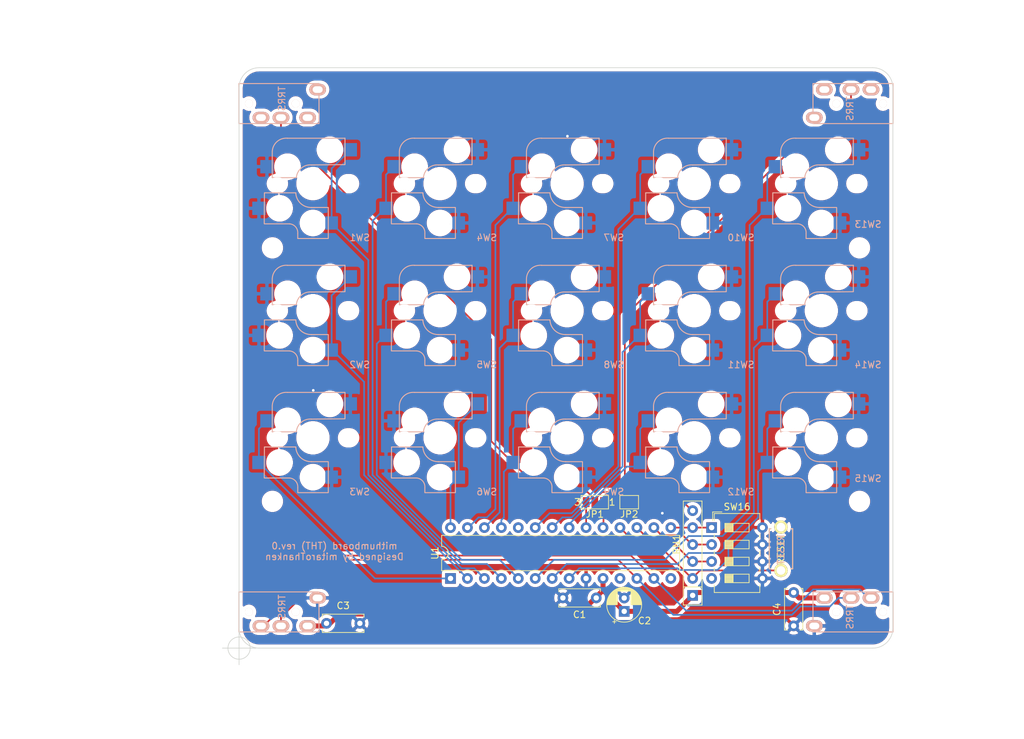
<source format=kicad_pcb>
(kicad_pcb (version 20171130) (host pcbnew "(5.1.0)-1")
  (layers (0 F.Cu signal) (31 B.Cu signal) (34 B.Paste user) (35 F.Paste user) (36 B.SilkS user) (37 F.SilkS user) (38 B.Mask user) (39 F.Mask user) (44 Edge.Cuts user))
  (net 0 "")
  (net 1 GND)
  (net 2 A2)
  (net 3 A1)
  (net 4 A0)
  (net 5 INT)
  (net 6 R1C1)
  (net 7 R2C1)
  (net 8 R3C1)
  (net 9 R1C2)
  (net 10 R2C2)
  (net 11 R3C2)
  (net 12 R1C3)
  (net 13 R2C3)
  (net 14 R3C3)
  (net 15 R1C4)
  (net 16 R2C4)
  (net 17 R3C4)
  (net 18 R1C5)
  (net 19 R2C5)
  (net 20 R3C5)
  (net 21 "Net-(SW16-Pad4)")
  (net 22 SCL)
  (net 23 SDA)
  (net 24 "Net-(J3-PadA)")
  (net 25 "Net-(J3-PadD)")
  (net 26 "Net-(J3-PadB)")
  (net 27 "Net-(J4-PadB)")
  (net 28 "Net-(J4-PadD)")
  (net 29 "Net-(J4-PadA)")
  (net 30 RESET)
  (net 31 "Net-(U1-Pad11)")
  (net 32 "Net-(U1-Pad14)")
  (net 33 INTB)
  (net 34 INTA)
  (net 35 VCC)
  (net 36 "Net-(JP2-Pad1)")
  (net 37 "Net-(U1-Pad24)")
  (module Package_DIP:DIP-28_W7.62mm (layer F.Cu) (at 91.694 116.554 90)
    (fp_text reference U1 (at 3.81 -2.33 90) (layer F.SilkS))
    (fp_text value MCP23017_SP)
    (pad 28 thru_hole oval (at 7.62 0 90) (size 1.6 1.6) (drill 0.8) (layers *.Cu *.Mask) (net 11 R3C2))
    (pad 14 thru_hole oval (at 0 33.02 90) (size 1.6 1.6) (drill 0.8) (layers *.Cu *.Mask) (net 32 "Net-(U1-Pad14)"))
    (pad 27 thru_hole oval (at 7.62 2.54 90) (size 1.6 1.6) (drill 0.8) (layers *.Cu *.Mask) (net 12 R1C3))
    (pad 13 thru_hole oval (at 0 30.48 90) (size 1.6 1.6) (drill 0.8) (layers *.Cu *.Mask) (net 23 SDA))
    (pad 26 thru_hole oval (at 7.62 5.08 90) (size 1.6 1.6) (drill 0.8) (layers *.Cu *.Mask) (net 13 R2C3))
    (pad 12 thru_hole oval (at 0 27.94 90) (size 1.6 1.6) (drill 0.8) (layers *.Cu *.Mask) (net 22 SCL))
    (pad 25 thru_hole oval (at 7.62 7.62 90) (size 1.6 1.6) (drill 0.8) (layers *.Cu *.Mask) (net 14 R3C3))
    (pad 11 thru_hole oval (at 0 25.4 90) (size 1.6 1.6) (drill 0.8) (layers *.Cu *.Mask) (net 31 "Net-(U1-Pad11)"))
    (pad 24 thru_hole oval (at 7.62 10.16 90) (size 1.6 1.6) (drill 0.8) (layers *.Cu *.Mask) (net 37 "Net-(U1-Pad24)"))
    (pad 10 thru_hole oval (at 0 22.86 90) (size 1.6 1.6) (drill 0.8) (layers *.Cu *.Mask) (net 35 VCC))
    (pad 23 thru_hole oval (at 7.62 12.7 90) (size 1.6 1.6) (drill 0.8) (layers *.Cu *.Mask) (net 15 R1C4))
    (pad 9 thru_hole oval (at 0 20.32 90) (size 1.6 1.6) (drill 0.8) (layers *.Cu *.Mask) (net 1 GND))
    (pad 22 thru_hole oval (at 7.62 15.24 90) (size 1.6 1.6) (drill 0.8) (layers *.Cu *.Mask) (net 16 R2C4))
    (pad 8 thru_hole oval (at 0 17.78 90) (size 1.6 1.6) (drill 0.8) (layers *.Cu *.Mask) (net 20 R3C5))
    (pad 21 thru_hole oval (at 7.62 17.78 90) (size 1.6 1.6) (drill 0.8) (layers *.Cu *.Mask) (net 17 R3C4))
    (pad 7 thru_hole oval (at 0 15.24 90) (size 1.6 1.6) (drill 0.8) (layers *.Cu *.Mask) (net 19 R2C5))
    (pad 20 thru_hole oval (at 7.62 20.32 90) (size 1.6 1.6) (drill 0.8) (layers *.Cu *.Mask) (net 34 INTA))
    (pad 6 thru_hole oval (at 0 12.7 90) (size 1.6 1.6) (drill 0.8) (layers *.Cu *.Mask) (net 18 R1C5))
    (pad 19 thru_hole oval (at 7.62 22.86 90) (size 1.6 1.6) (drill 0.8) (layers *.Cu *.Mask) (net 33 INTB))
    (pad 5 thru_hole oval (at 0 10.16 90) (size 1.6 1.6) (drill 0.8) (layers *.Cu *.Mask) (net 10 R2C2))
    (pad 18 thru_hole oval (at 7.62 25.4 90) (size 1.6 1.6) (drill 0.8) (layers *.Cu *.Mask) (net 30 RESET))
    (pad 4 thru_hole oval (at 0 7.62 90) (size 1.6 1.6) (drill 0.8) (layers *.Cu *.Mask) (net 9 R1C2))
    (pad 17 thru_hole oval (at 7.62 27.94 90) (size 1.6 1.6) (drill 0.8) (layers *.Cu *.Mask) (net 2 A2))
    (pad 3 thru_hole oval (at 0 5.08 90) (size 1.6 1.6) (drill 0.8) (layers *.Cu *.Mask) (net 6 R1C1))
    (pad 16 thru_hole oval (at 7.62 30.48 90) (size 1.6 1.6) (drill 0.8) (layers *.Cu *.Mask) (net 3 A1))
    (pad 2 thru_hole oval (at 0 2.54 90) (size 1.6 1.6) (drill 0.8) (layers *.Cu *.Mask) (net 7 R2C1))
    (pad 15 thru_hole oval (at 7.62 33.02 90) (size 1.6 1.6) (drill 0.8) (layers *.Cu *.Mask) (net 4 A0))
    (pad 1 thru_hole rect (at 0 0 90) (size 1.6 1.6) (drill 0.8) (layers *.Cu *.Mask) (net 8 R3C1))
  )
  (module kbd:CherryMX_Choc_Hotswap_1side (layer F.Cu) (at 128.225001 76.425001)
    (fp_text reference SW11 (at 7 8.1) (layer B.SilkS) (effects (justify mirror)))
    (fp_text value SW_Push hide)
    (pad "" np_thru_hole oval (at 5.335 0) (size 2.22 1.9) (drill oval 2.22 1.9) (layers *.Cu *.Mask))
    (pad "" np_thru_hole oval (at -5.335 0) (size 2.22 1.9) (drill oval 2.22 1.9) (layers *.Cu *.Mask))
    (pad 1 smd rect (at -8.1 3.7 180) (size 2 2) (layers B.Cu B.Paste B.Mask) (net 16 R2C4))
    (pad 2 smd rect (at 2.8 5.9 180) (size 1.9 2) (layers B.Cu B.Paste B.Mask) (net 1 GND))
    (pad "" np_thru_hole circle (at -5 3.7 90) (size 3 3) (drill 3) (layers *.Cu *.Mask))
    (pad "" np_thru_hole circle (at 0 5.9 90) (size 3 3) (drill 3) (layers *.Cu *.Mask))
    (pad 1 smd rect (at -6.9 -2.54 180) (size 2 2) (layers B.Cu B.Paste B.Mask) (net 16 R2C4))
    (pad "" np_thru_hole circle (at 2.54 -5.08 180) (size 3 3) (drill 3) (layers *.Cu *.Mask))
    (pad "" np_thru_hole circle (at 0 0 90) (size 4 4) (drill 4) (layers *.Cu *.Mask))
    (pad "" np_thru_hole circle (at -3.81 -2.54 180) (size 3 3) (drill 3) (layers *.Cu *.Mask))
    (pad 2 smd rect (at 5.6 -5.08 180) (size 2 2) (layers B.Cu B.Paste B.Mask) (net 1 GND))
  )
  (module kbd:ResetSW (layer F.Cu) (at 141.224 112.109 270)
    (fp_text reference SW17 hide)
    (fp_text value SW_Push)
    (fp_text user RESET (at 0.127 0 270) (layer F.SilkS))
    (fp_text user RESET (at 0.127 0 270) (layer B.SilkS) (effects (justify mirror)))
    (pad 2 thru_hole circle (at -3.25 0 270) (size 2 2) (drill 1.3) (layers *.Cu *.Mask F.SilkS) (net 1 GND))
    (pad 1 thru_hole circle (at 3.25 0 270) (size 2 2) (drill 1.3) (layers *.Cu *.Mask F.SilkS) (net 30 RESET))
  )
  (module Resistor_THT:R_Array_SIP6 (layer F.Cu) (at 127.989 119.094 90)
    (fp_text reference RN1 (at 7.62 -2.4 90) (layer F.SilkS))
    (fp_text value 10k)
    (pad 6 thru_hole oval (at 12.7 0 90) (size 1.6 1.6) (drill 0.8) (layers *.Cu *.Mask) (net 36 "Net-(JP2-Pad1)"))
    (pad 5 thru_hole oval (at 10.16 0 90) (size 1.6 1.6) (drill 0.8) (layers *.Cu *.Mask) (net 4 A0))
    (pad 4 thru_hole oval (at 7.62 0 90) (size 1.6 1.6) (drill 0.8) (layers *.Cu *.Mask) (net 3 A1))
    (pad 3 thru_hole oval (at 5.08 0 90) (size 1.6 1.6) (drill 0.8) (layers *.Cu *.Mask) (net 2 A2))
    (pad 2 thru_hole oval (at 2.54 0 90) (size 1.6 1.6) (drill 0.8) (layers *.Cu *.Mask) (net 30 RESET))
    (pad 1 thru_hole rect (at 0 0 90) (size 1.6 1.6) (drill 0.8) (layers *.Cu *.Mask) (net 35 VCC))
  )
  (module Jumper:SolderJumper-2_P1.3mm_Open_Pad1.0x1.5mm (layer F.Cu) (at 118.475 105.124 180)
    (fp_text reference JP2 (at 0 -1.8 180) (layer F.SilkS))
    (fp_text value Jumper_2_Open)
    (pad 1 smd rect (at -0.65 0 180) (size 1 1.5) (layers F.Cu F.Mask) (net 36 "Net-(JP2-Pad1)"))
    (pad 2 smd rect (at 0.65 0 180) (size 1 1.5) (layers F.Cu F.Mask) (net 5 INT))
  )
  (module Jumper:SolderJumper-3_P1.3mm_Open_Pad1.0x1.5mm_NumberLabels (layer F.Cu) (at 113.324 105.124 180)
    (fp_text reference JP1 (at 0 -1.8 180) (layer F.SilkS))
    (fp_text value Jumper_3_Open)
    (fp_text user 1 (at -2.6 0 180) (layer F.SilkS))
    (fp_text user 3 (at 2.6 0 180) (layer F.SilkS))
    (pad 1 smd rect (at -1.3 0 180) (size 1 1.5) (layers F.Cu F.Mask) (net 33 INTB))
    (pad 2 smd rect (at 0 0 180) (size 1 1.5) (layers F.Cu F.Mask) (net 5 INT))
    (pad 3 smd rect (at 1.3 0 180) (size 1 1.5) (layers F.Cu F.Mask) (net 34 INTA))
  )
  (module MountingHole:MountingHole_2.2mm_M2 (layer B.Cu) (at 153 105)
    (fp_text reference H4 hide)
    (fp_text value MountingHole)
    (pad 1 np_thru_hole circle (at 0 0) (size 2.2 2.2) (drill 2.2) (layers *.Cu *.Mask))
  )
  (module MountingHole:MountingHole_2.2mm_M2 (layer B.Cu) (at 153 67 180)
    (fp_text reference H3 hide)
    (fp_text value MountingHole)
    (pad 1 np_thru_hole circle (at 0 0 180) (size 2.2 2.2) (drill 2.2) (layers *.Cu *.Mask))
  )
  (module MountingHole:MountingHole_2.2mm_M2 (layer B.Cu) (at 65 105)
    (fp_text reference H2 hide)
    (fp_text value MountingHole)
    (pad 1 np_thru_hole circle (at 0 0) (size 2.2 2.2) (drill 2.2) (layers *.Cu *.Mask))
  )
  (module MountingHole:MountingHole_2.2mm_M2 (layer B.Cu) (at 65 67)
    (fp_text reference H1 hide)
    (fp_text value MountingHole)
    (pad 1 np_thru_hole circle (at 0 0) (size 2.2 2.2) (drill 2.2) (layers *.Cu *.Mask))
  )
  (module Button_Switch_THT:SW_DIP_SPSTx04_Slide_6.7x11.72mm_W7.62mm_P2.54mm_LowProfile (layer F.Cu) (at 130.833 108.934)
    (fp_text reference SW16 (at 3.81 -3.11) (layer F.SilkS))
    (fp_text value SW_DIP_x04)
    (pad 8 thru_hole oval (at 7.62 0) (size 1.6 1.6) (drill 0.8) (layers *.Cu *.Mask) (net 1 GND))
    (pad 4 thru_hole oval (at 0 7.62) (size 1.6 1.6) (drill 0.8) (layers *.Cu *.Mask) (net 21 "Net-(SW16-Pad4)"))
    (pad 7 thru_hole oval (at 7.62 2.54) (size 1.6 1.6) (drill 0.8) (layers *.Cu *.Mask) (net 1 GND))
    (pad 3 thru_hole oval (at 0 5.08) (size 1.6 1.6) (drill 0.8) (layers *.Cu *.Mask) (net 2 A2))
    (pad 6 thru_hole oval (at 7.62 5.08) (size 1.6 1.6) (drill 0.8) (layers *.Cu *.Mask) (net 1 GND))
    (pad 2 thru_hole oval (at 0 2.54) (size 1.6 1.6) (drill 0.8) (layers *.Cu *.Mask) (net 3 A1))
    (pad 5 thru_hole oval (at 7.62 7.62) (size 1.6 1.6) (drill 0.8) (layers *.Cu *.Mask) (net 1 GND))
    (pad 1 thru_hole rect (at 0 0) (size 1.6 1.6) (drill 0.8) (layers *.Cu *.Mask) (net 4 A0))
  )
  (module Capacitor_THT:CP_Radial_D5.0mm_P2.00mm (layer F.Cu) (at 117.73 121.49 90)
    (fp_text reference C2 (at -1.414 3.047 180) (layer F.SilkS))
    (fp_text value 47u/16V)
    (pad 2 thru_hole circle (at 2 0 90) (size 1.6 1.6) (drill 0.8) (layers *.Cu *.Mask) (net 1 GND))
    (pad 1 thru_hole rect (at 0 0 90) (size 1.6 1.6) (drill 0.8) (layers *.Cu *.Mask) (net 35 VCC))
  )
  (module Capacitor_THT:C_Disc_D6.0mm_W2.5mm_P5.00mm (layer F.Cu) (at 143.129 123.666 90)
    (fp_text reference C4 (at 2.5 -2.5 90) (layer F.SilkS))
    (fp_text value 1u)
    (pad 2 thru_hole circle (at 5 0 90) (size 1.6 1.6) (drill 0.8) (layers *.Cu *.Mask) (net 35 VCC))
    (pad 1 thru_hole circle (at 0 0 90) (size 1.6 1.6) (drill 0.8) (layers *.Cu *.Mask) (net 1 GND))
  )
  (module Capacitor_THT:C_Disc_D6.0mm_W2.5mm_P5.00mm (layer F.Cu) (at 113.538 119.475 180)
    (fp_text reference C1 (at 2.5 -2.5 180) (layer F.SilkS))
    (fp_text value 0.1u)
    (pad 2 thru_hole circle (at 5 0 180) (size 1.6 1.6) (drill 0.8) (layers *.Cu *.Mask) (net 1 GND))
    (pad 1 thru_hole circle (at 0 0 180) (size 1.6 1.6) (drill 0.8) (layers *.Cu *.Mask) (net 35 VCC))
  )
  (module Capacitor_THT:C_Disc_D6.0mm_W2.5mm_P5.00mm (layer F.Cu) (at 78.105 123.285 180)
    (fp_text reference C3 (at 2.5 2.649 180) (layer F.SilkS))
    (fp_text value 1u)
    (pad 2 thru_hole circle (at 5 0 180) (size 1.6 1.6) (drill 0.8) (layers *.Cu *.Mask) (net 35 VCC))
    (pad 1 thru_hole circle (at 0 0 180) (size 1.6 1.6) (drill 0.8) (layers *.Cu *.Mask) (net 1 GND))
  )
  (module kbd:CherryMX_Choc_Hotswap_1side (layer F.Cu) (at 71.075001 57.375001)
    (fp_text reference SW1 (at 7 8.1) (layer B.SilkS) (effects (justify mirror)))
    (fp_text value SW_Push hide)
    (pad "" np_thru_hole oval (at 5.335 0) (size 2.22 1.9) (drill oval 2.22 1.9) (layers *.Cu *.Mask))
    (pad "" np_thru_hole oval (at -5.335 0) (size 2.22 1.9) (drill oval 2.22 1.9) (layers *.Cu *.Mask))
    (pad 1 smd rect (at -8.1 3.7 180) (size 2 2) (layers B.Cu B.Paste B.Mask) (net 1 GND))
    (pad 2 smd rect (at 2.8 5.9 180) (size 1.9 2) (layers B.Cu B.Paste B.Mask) (net 6 R1C1))
    (pad "" np_thru_hole circle (at -5 3.7 90) (size 3 3) (drill 3) (layers *.Cu *.Mask))
    (pad "" np_thru_hole circle (at 0 5.9 90) (size 3 3) (drill 3) (layers *.Cu *.Mask))
    (pad 1 smd rect (at -6.9 -2.54 180) (size 2 2) (layers B.Cu B.Paste B.Mask) (net 1 GND))
    (pad "" np_thru_hole circle (at 2.54 -5.08 180) (size 3 3) (drill 3) (layers *.Cu *.Mask))
    (pad "" np_thru_hole circle (at 0 0 90) (size 4 4) (drill 4) (layers *.Cu *.Mask))
    (pad "" np_thru_hole circle (at -3.81 -2.54 180) (size 3 3) (drill 3) (layers *.Cu *.Mask))
    (pad 2 smd rect (at 5.6 -5.08 180) (size 2 2) (layers B.Cu B.Paste B.Mask) (net 6 R1C1))
  )
  (module kbd:CherryMX_Choc_Hotswap_1side (layer F.Cu) (at 71.075001 76.425001)
    (fp_text reference SW2 (at 7 8.1) (layer B.SilkS) (effects (justify mirror)))
    (fp_text value SW_Push hide)
    (pad "" np_thru_hole oval (at 5.335 0) (size 2.22 1.9) (drill oval 2.22 1.9) (layers *.Cu *.Mask))
    (pad "" np_thru_hole oval (at -5.335 0) (size 2.22 1.9) (drill oval 2.22 1.9) (layers *.Cu *.Mask))
    (pad 1 smd rect (at -8.1 3.7 180) (size 2 2) (layers B.Cu B.Paste B.Mask) (net 1 GND))
    (pad 2 smd rect (at 2.8 5.9 180) (size 1.9 2) (layers B.Cu B.Paste B.Mask) (net 7 R2C1))
    (pad "" np_thru_hole circle (at -5 3.7 90) (size 3 3) (drill 3) (layers *.Cu *.Mask))
    (pad "" np_thru_hole circle (at 0 5.9 90) (size 3 3) (drill 3) (layers *.Cu *.Mask))
    (pad 1 smd rect (at -6.9 -2.54 180) (size 2 2) (layers B.Cu B.Paste B.Mask) (net 1 GND))
    (pad "" np_thru_hole circle (at 2.54 -5.08 180) (size 3 3) (drill 3) (layers *.Cu *.Mask))
    (pad "" np_thru_hole circle (at 0 0 90) (size 4 4) (drill 4) (layers *.Cu *.Mask))
    (pad "" np_thru_hole circle (at -3.81 -2.54 180) (size 3 3) (drill 3) (layers *.Cu *.Mask))
    (pad 2 smd rect (at 5.6 -5.08 180) (size 2 2) (layers B.Cu B.Paste B.Mask) (net 7 R2C1))
  )
  (module kbd:CherryMX_Choc_Hotswap_1side (layer F.Cu) (at 71.075001 95.475001)
    (fp_text reference SW3 (at 7 8.1) (layer B.SilkS) (effects (justify mirror)))
    (fp_text value SW_Push hide)
    (pad "" np_thru_hole oval (at 5.335 0) (size 2.22 1.9) (drill oval 2.22 1.9) (layers *.Cu *.Mask))
    (pad "" np_thru_hole oval (at -5.335 0) (size 2.22 1.9) (drill oval 2.22 1.9) (layers *.Cu *.Mask))
    (pad 1 smd rect (at -8.1 3.7 180) (size 2 2) (layers B.Cu B.Paste B.Mask) (net 8 R3C1))
    (pad 2 smd rect (at 2.8 5.9 180) (size 1.9 2) (layers B.Cu B.Paste B.Mask) (net 1 GND))
    (pad "" np_thru_hole circle (at -5 3.7 90) (size 3 3) (drill 3) (layers *.Cu *.Mask))
    (pad "" np_thru_hole circle (at 0 5.9 90) (size 3 3) (drill 3) (layers *.Cu *.Mask))
    (pad 1 smd rect (at -6.9 -2.54 180) (size 2 2) (layers B.Cu B.Paste B.Mask) (net 8 R3C1))
    (pad "" np_thru_hole circle (at 2.54 -5.08 180) (size 3 3) (drill 3) (layers *.Cu *.Mask))
    (pad "" np_thru_hole circle (at 0 0 90) (size 4 4) (drill 4) (layers *.Cu *.Mask))
    (pad "" np_thru_hole circle (at -3.81 -2.54 180) (size 3 3) (drill 3) (layers *.Cu *.Mask))
    (pad 2 smd rect (at 5.6 -5.08 180) (size 2 2) (layers B.Cu B.Paste B.Mask) (net 1 GND))
  )
  (module kbd:CherryMX_Choc_Hotswap_1side (layer F.Cu) (at 90.125001 57.375001)
    (fp_text reference SW4 (at 7 8.1) (layer B.SilkS) (effects (justify mirror)))
    (fp_text value SW_Push hide)
    (pad "" np_thru_hole oval (at 5.335 0) (size 2.22 1.9) (drill oval 2.22 1.9) (layers *.Cu *.Mask))
    (pad "" np_thru_hole oval (at -5.335 0) (size 2.22 1.9) (drill oval 2.22 1.9) (layers *.Cu *.Mask))
    (pad 1 smd rect (at -8.1 3.7 180) (size 2 2) (layers B.Cu B.Paste B.Mask) (net 9 R1C2))
    (pad 2 smd rect (at 2.8 5.9 180) (size 1.9 2) (layers B.Cu B.Paste B.Mask) (net 1 GND))
    (pad "" np_thru_hole circle (at -5 3.7 90) (size 3 3) (drill 3) (layers *.Cu *.Mask))
    (pad "" np_thru_hole circle (at 0 5.9 90) (size 3 3) (drill 3) (layers *.Cu *.Mask))
    (pad 1 smd rect (at -6.9 -2.54 180) (size 2 2) (layers B.Cu B.Paste B.Mask) (net 9 R1C2))
    (pad "" np_thru_hole circle (at 2.54 -5.08 180) (size 3 3) (drill 3) (layers *.Cu *.Mask))
    (pad "" np_thru_hole circle (at 0 0 90) (size 4 4) (drill 4) (layers *.Cu *.Mask))
    (pad "" np_thru_hole circle (at -3.81 -2.54 180) (size 3 3) (drill 3) (layers *.Cu *.Mask))
    (pad 2 smd rect (at 5.6 -5.08 180) (size 2 2) (layers B.Cu B.Paste B.Mask) (net 1 GND))
  )
  (module kbd:CherryMX_Choc_Hotswap_1side (layer F.Cu) (at 90.125001 76.425001)
    (fp_text reference SW5 (at 7 8.1) (layer B.SilkS) (effects (justify mirror)))
    (fp_text value SW_Push hide)
    (pad "" np_thru_hole oval (at 5.335 0) (size 2.22 1.9) (drill oval 2.22 1.9) (layers *.Cu *.Mask))
    (pad "" np_thru_hole oval (at -5.335 0) (size 2.22 1.9) (drill oval 2.22 1.9) (layers *.Cu *.Mask))
    (pad 1 smd rect (at -8.1 3.7 180) (size 2 2) (layers B.Cu B.Paste B.Mask) (net 10 R2C2))
    (pad 2 smd rect (at 2.8 5.9 180) (size 1.9 2) (layers B.Cu B.Paste B.Mask) (net 1 GND))
    (pad "" np_thru_hole circle (at -5 3.7 90) (size 3 3) (drill 3) (layers *.Cu *.Mask))
    (pad "" np_thru_hole circle (at 0 5.9 90) (size 3 3) (drill 3) (layers *.Cu *.Mask))
    (pad 1 smd rect (at -6.9 -2.54 180) (size 2 2) (layers B.Cu B.Paste B.Mask) (net 10 R2C2))
    (pad "" np_thru_hole circle (at 2.54 -5.08 180) (size 3 3) (drill 3) (layers *.Cu *.Mask))
    (pad "" np_thru_hole circle (at 0 0 90) (size 4 4) (drill 4) (layers *.Cu *.Mask))
    (pad "" np_thru_hole circle (at -3.81 -2.54 180) (size 3 3) (drill 3) (layers *.Cu *.Mask))
    (pad 2 smd rect (at 5.6 -5.08 180) (size 2 2) (layers B.Cu B.Paste B.Mask) (net 1 GND))
  )
  (module kbd:CherryMX_Choc_Hotswap_1side (layer F.Cu) (at 90.125001 95.475001)
    (fp_text reference SW6 (at 7 8.1) (layer B.SilkS) (effects (justify mirror)))
    (fp_text value SW_Push hide)
    (pad "" np_thru_hole oval (at 5.335 0) (size 2.22 1.9) (drill oval 2.22 1.9) (layers *.Cu *.Mask))
    (pad "" np_thru_hole oval (at -5.335 0) (size 2.22 1.9) (drill oval 2.22 1.9) (layers *.Cu *.Mask))
    (pad 1 smd rect (at -8.1 3.7 180) (size 2 2) (layers B.Cu B.Paste B.Mask) (net 1 GND))
    (pad 2 smd rect (at 2.8 5.9 180) (size 1.9 2) (layers B.Cu B.Paste B.Mask) (net 11 R3C2))
    (pad "" np_thru_hole circle (at -5 3.7 90) (size 3 3) (drill 3) (layers *.Cu *.Mask))
    (pad "" np_thru_hole circle (at 0 5.9 90) (size 3 3) (drill 3) (layers *.Cu *.Mask))
    (pad 1 smd rect (at -6.9 -2.54 180) (size 2 2) (layers B.Cu B.Paste B.Mask) (net 1 GND))
    (pad "" np_thru_hole circle (at 2.54 -5.08 180) (size 3 3) (drill 3) (layers *.Cu *.Mask))
    (pad "" np_thru_hole circle (at 0 0 90) (size 4 4) (drill 4) (layers *.Cu *.Mask))
    (pad "" np_thru_hole circle (at -3.81 -2.54 180) (size 3 3) (drill 3) (layers *.Cu *.Mask))
    (pad 2 smd rect (at 5.6 -5.08 180) (size 2 2) (layers B.Cu B.Paste B.Mask) (net 11 R3C2))
  )
  (module kbd:CherryMX_Choc_Hotswap_1side (layer F.Cu) (at 109.175001 57.375001)
    (fp_text reference SW7 (at 7 8.1) (layer B.SilkS) (effects (justify mirror)))
    (fp_text value SW_Push hide)
    (pad "" np_thru_hole oval (at 5.335 0) (size 2.22 1.9) (drill oval 2.22 1.9) (layers *.Cu *.Mask))
    (pad "" np_thru_hole oval (at -5.335 0) (size 2.22 1.9) (drill oval 2.22 1.9) (layers *.Cu *.Mask))
    (pad 1 smd rect (at -8.1 3.7 180) (size 2 2) (layers B.Cu B.Paste B.Mask) (net 12 R1C3))
    (pad 2 smd rect (at 2.8 5.9 180) (size 1.9 2) (layers B.Cu B.Paste B.Mask) (net 1 GND))
    (pad "" np_thru_hole circle (at -5 3.7 90) (size 3 3) (drill 3) (layers *.Cu *.Mask))
    (pad "" np_thru_hole circle (at 0 5.9 90) (size 3 3) (drill 3) (layers *.Cu *.Mask))
    (pad 1 smd rect (at -6.9 -2.54 180) (size 2 2) (layers B.Cu B.Paste B.Mask) (net 12 R1C3))
    (pad "" np_thru_hole circle (at 2.54 -5.08 180) (size 3 3) (drill 3) (layers *.Cu *.Mask))
    (pad "" np_thru_hole circle (at 0 0 90) (size 4 4) (drill 4) (layers *.Cu *.Mask))
    (pad "" np_thru_hole circle (at -3.81 -2.54 180) (size 3 3) (drill 3) (layers *.Cu *.Mask))
    (pad 2 smd rect (at 5.6 -5.08 180) (size 2 2) (layers B.Cu B.Paste B.Mask) (net 1 GND))
  )
  (module kbd:CherryMX_Choc_Hotswap_1side (layer F.Cu) (at 109.175001 76.425001)
    (fp_text reference SW8 (at 7 8.1) (layer B.SilkS) (effects (justify mirror)))
    (fp_text value SW_Push hide)
    (pad "" np_thru_hole oval (at 5.335 0) (size 2.22 1.9) (drill oval 2.22 1.9) (layers *.Cu *.Mask))
    (pad "" np_thru_hole oval (at -5.335 0) (size 2.22 1.9) (drill oval 2.22 1.9) (layers *.Cu *.Mask))
    (pad 1 smd rect (at -8.1 3.7 180) (size 2 2) (layers B.Cu B.Paste B.Mask) (net 13 R2C3))
    (pad 2 smd rect (at 2.8 5.9 180) (size 1.9 2) (layers B.Cu B.Paste B.Mask) (net 1 GND))
    (pad "" np_thru_hole circle (at -5 3.7 90) (size 3 3) (drill 3) (layers *.Cu *.Mask))
    (pad "" np_thru_hole circle (at 0 5.9 90) (size 3 3) (drill 3) (layers *.Cu *.Mask))
    (pad 1 smd rect (at -6.9 -2.54 180) (size 2 2) (layers B.Cu B.Paste B.Mask) (net 13 R2C3))
    (pad "" np_thru_hole circle (at 2.54 -5.08 180) (size 3 3) (drill 3) (layers *.Cu *.Mask))
    (pad "" np_thru_hole circle (at 0 0 90) (size 4 4) (drill 4) (layers *.Cu *.Mask))
    (pad "" np_thru_hole circle (at -3.81 -2.54 180) (size 3 3) (drill 3) (layers *.Cu *.Mask))
    (pad 2 smd rect (at 5.6 -5.08 180) (size 2 2) (layers B.Cu B.Paste B.Mask) (net 1 GND))
  )
  (module kbd:CherryMX_Choc_Hotswap_1side (layer F.Cu) (at 109.175001 95.475001)
    (fp_text reference SW9 (at 7 8.1) (layer B.SilkS) (effects (justify mirror)))
    (fp_text value SW_Push hide)
    (pad "" np_thru_hole oval (at 5.335 0) (size 2.22 1.9) (drill oval 2.22 1.9) (layers *.Cu *.Mask))
    (pad "" np_thru_hole oval (at -5.335 0) (size 2.22 1.9) (drill oval 2.22 1.9) (layers *.Cu *.Mask))
    (pad 1 smd rect (at -8.1 3.7 180) (size 2 2) (layers B.Cu B.Paste B.Mask) (net 14 R3C3))
    (pad 2 smd rect (at 2.8 5.9 180) (size 1.9 2) (layers B.Cu B.Paste B.Mask) (net 1 GND))
    (pad "" np_thru_hole circle (at -5 3.7 90) (size 3 3) (drill 3) (layers *.Cu *.Mask))
    (pad "" np_thru_hole circle (at 0 5.9 90) (size 3 3) (drill 3) (layers *.Cu *.Mask))
    (pad 1 smd rect (at -6.9 -2.54 180) (size 2 2) (layers B.Cu B.Paste B.Mask) (net 14 R3C3))
    (pad "" np_thru_hole circle (at 2.54 -5.08 180) (size 3 3) (drill 3) (layers *.Cu *.Mask))
    (pad "" np_thru_hole circle (at 0 0 90) (size 4 4) (drill 4) (layers *.Cu *.Mask))
    (pad "" np_thru_hole circle (at -3.81 -2.54 180) (size 3 3) (drill 3) (layers *.Cu *.Mask))
    (pad 2 smd rect (at 5.6 -5.08 180) (size 2 2) (layers B.Cu B.Paste B.Mask) (net 1 GND))
  )
  (module kbd:CherryMX_Choc_Hotswap_1side (layer F.Cu) (at 128.225001 57.375001)
    (fp_text reference SW10 (at 7 8.1) (layer B.SilkS) (effects (justify mirror)))
    (fp_text value SW_Push hide)
    (pad "" np_thru_hole oval (at 5.335 0) (size 2.22 1.9) (drill oval 2.22 1.9) (layers *.Cu *.Mask))
    (pad "" np_thru_hole oval (at -5.335 0) (size 2.22 1.9) (drill oval 2.22 1.9) (layers *.Cu *.Mask))
    (pad 1 smd rect (at -8.1 3.7 180) (size 2 2) (layers B.Cu B.Paste B.Mask) (net 15 R1C4))
    (pad 2 smd rect (at 2.8 5.9 180) (size 1.9 2) (layers B.Cu B.Paste B.Mask) (net 1 GND))
    (pad "" np_thru_hole circle (at -5 3.7 90) (size 3 3) (drill 3) (layers *.Cu *.Mask))
    (pad "" np_thru_hole circle (at 0 5.9 90) (size 3 3) (drill 3) (layers *.Cu *.Mask))
    (pad 1 smd rect (at -6.9 -2.54 180) (size 2 2) (layers B.Cu B.Paste B.Mask) (net 15 R1C4))
    (pad "" np_thru_hole circle (at 2.54 -5.08 180) (size 3 3) (drill 3) (layers *.Cu *.Mask))
    (pad "" np_thru_hole circle (at 0 0 90) (size 4 4) (drill 4) (layers *.Cu *.Mask))
    (pad "" np_thru_hole circle (at -3.81 -2.54 180) (size 3 3) (drill 3) (layers *.Cu *.Mask))
    (pad 2 smd rect (at 5.6 -5.08 180) (size 2 2) (layers B.Cu B.Paste B.Mask) (net 1 GND))
  )
  (module kbd:CherryMX_Choc_Hotswap_1side (layer F.Cu) (at 128.225001 95.475001)
    (fp_text reference SW12 (at 7 8.1) (layer B.SilkS) (effects (justify mirror)))
    (fp_text value SW_Push hide)
    (pad "" np_thru_hole oval (at 5.335 0) (size 2.22 1.9) (drill oval 2.22 1.9) (layers *.Cu *.Mask))
    (pad "" np_thru_hole oval (at -5.335 0) (size 2.22 1.9) (drill oval 2.22 1.9) (layers *.Cu *.Mask))
    (pad 1 smd rect (at -8.1 3.7 180) (size 2 2) (layers B.Cu B.Paste B.Mask) (net 17 R3C4))
    (pad 2 smd rect (at 2.8 5.9 180) (size 1.9 2) (layers B.Cu B.Paste B.Mask) (net 1 GND))
    (pad "" np_thru_hole circle (at -5 3.7 90) (size 3 3) (drill 3) (layers *.Cu *.Mask))
    (pad "" np_thru_hole circle (at 0 5.9 90) (size 3 3) (drill 3) (layers *.Cu *.Mask))
    (pad 1 smd rect (at -6.9 -2.54 180) (size 2 2) (layers B.Cu B.Paste B.Mask) (net 17 R3C4))
    (pad "" np_thru_hole circle (at 2.54 -5.08 180) (size 3 3) (drill 3) (layers *.Cu *.Mask))
    (pad "" np_thru_hole circle (at 0 0 90) (size 4 4) (drill 4) (layers *.Cu *.Mask))
    (pad "" np_thru_hole circle (at -3.81 -2.54 180) (size 3 3) (drill 3) (layers *.Cu *.Mask))
    (pad 2 smd rect (at 5.6 -5.08 180) (size 2 2) (layers B.Cu B.Paste B.Mask) (net 1 GND))
  )
  (module kbd:CherryMX_Choc_Hotswap_1side (layer F.Cu) (at 147.275001 57.375001)
    (fp_text reference SW13 (at 7 6.1) (layer B.SilkS) (effects (justify mirror)))
    (fp_text value SW_Push hide)
    (pad "" np_thru_hole oval (at 5.335 0) (size 2.22 1.9) (drill oval 2.22 1.9) (layers *.Cu *.Mask))
    (pad "" np_thru_hole oval (at -5.335 0) (size 2.22 1.9) (drill oval 2.22 1.9) (layers *.Cu *.Mask))
    (pad 1 smd rect (at -8.1 3.7 180) (size 2 2) (layers B.Cu B.Paste B.Mask) (net 18 R1C5))
    (pad 2 smd rect (at 2.8 5.9 180) (size 1.9 2) (layers B.Cu B.Paste B.Mask) (net 1 GND))
    (pad "" np_thru_hole circle (at -5 3.7 90) (size 3 3) (drill 3) (layers *.Cu *.Mask))
    (pad "" np_thru_hole circle (at 0 5.9 90) (size 3 3) (drill 3) (layers *.Cu *.Mask))
    (pad 1 smd rect (at -6.9 -2.54 180) (size 2 2) (layers B.Cu B.Paste B.Mask) (net 18 R1C5))
    (pad "" np_thru_hole circle (at 2.54 -5.08 180) (size 3 3) (drill 3) (layers *.Cu *.Mask))
    (pad "" np_thru_hole circle (at 0 0 90) (size 4 4) (drill 4) (layers *.Cu *.Mask))
    (pad "" np_thru_hole circle (at -3.81 -2.54 180) (size 3 3) (drill 3) (layers *.Cu *.Mask))
    (pad 2 smd rect (at 5.6 -5.08 180) (size 2 2) (layers B.Cu B.Paste B.Mask) (net 1 GND))
  )
  (module kbd:CherryMX_Choc_Hotswap_1side (layer F.Cu) (at 147.275001 76.425001)
    (fp_text reference SW14 (at 7 8.1) (layer B.SilkS) (effects (justify mirror)))
    (fp_text value SW_Push hide)
    (pad "" np_thru_hole oval (at 5.335 0) (size 2.22 1.9) (drill oval 2.22 1.9) (layers *.Cu *.Mask))
    (pad "" np_thru_hole oval (at -5.335 0) (size 2.22 1.9) (drill oval 2.22 1.9) (layers *.Cu *.Mask))
    (pad 1 smd rect (at -8.1 3.7 180) (size 2 2) (layers B.Cu B.Paste B.Mask) (net 19 R2C5))
    (pad 2 smd rect (at 2.8 5.9 180) (size 1.9 2) (layers B.Cu B.Paste B.Mask) (net 1 GND))
    (pad "" np_thru_hole circle (at -5 3.7 90) (size 3 3) (drill 3) (layers *.Cu *.Mask))
    (pad "" np_thru_hole circle (at 0 5.9 90) (size 3 3) (drill 3) (layers *.Cu *.Mask))
    (pad 1 smd rect (at -6.9 -2.54 180) (size 2 2) (layers B.Cu B.Paste B.Mask) (net 19 R2C5))
    (pad "" np_thru_hole circle (at 2.54 -5.08 180) (size 3 3) (drill 3) (layers *.Cu *.Mask))
    (pad "" np_thru_hole circle (at 0 0 90) (size 4 4) (drill 4) (layers *.Cu *.Mask))
    (pad "" np_thru_hole circle (at -3.81 -2.54 180) (size 3 3) (drill 3) (layers *.Cu *.Mask))
    (pad 2 smd rect (at 5.6 -5.08 180) (size 2 2) (layers B.Cu B.Paste B.Mask) (net 1 GND))
  )
  (module kbd:CherryMX_Choc_Hotswap_1side (layer F.Cu) (at 147.275001 95.475001)
    (fp_text reference SW15 (at 7 6.1) (layer B.SilkS) (effects (justify mirror)))
    (fp_text value SW_Push hide)
    (pad "" np_thru_hole oval (at 5.335 0) (size 2.22 1.9) (drill oval 2.22 1.9) (layers *.Cu *.Mask))
    (pad "" np_thru_hole oval (at -5.335 0) (size 2.22 1.9) (drill oval 2.22 1.9) (layers *.Cu *.Mask))
    (pad 1 smd rect (at -8.1 3.7 180) (size 2 2) (layers B.Cu B.Paste B.Mask) (net 20 R3C5))
    (pad 2 smd rect (at 2.8 5.9 180) (size 1.9 2) (layers B.Cu B.Paste B.Mask) (net 1 GND))
    (pad "" np_thru_hole circle (at -5 3.7 90) (size 3 3) (drill 3) (layers *.Cu *.Mask))
    (pad "" np_thru_hole circle (at 0 5.9 90) (size 3 3) (drill 3) (layers *.Cu *.Mask))
    (pad 1 smd rect (at -6.9 -2.54 180) (size 2 2) (layers B.Cu B.Paste B.Mask) (net 20 R3C5))
    (pad "" np_thru_hole circle (at 2.54 -5.08 180) (size 3 3) (drill 3) (layers *.Cu *.Mask))
    (pad "" np_thru_hole circle (at 0 0 90) (size 4 4) (drill 4) (layers *.Cu *.Mask))
    (pad "" np_thru_hole circle (at -3.81 -2.54 180) (size 3 3) (drill 3) (layers *.Cu *.Mask))
    (pad 2 smd rect (at 5.6 -5.08 180) (size 2 2) (layers B.Cu B.Paste B.Mask) (net 1 GND))
  )
  (module kbd:MJ-4PP-9_1side (layer B.Cu) (at 158.025 121.575 90)
    (fp_text reference J1)
    (fp_text value MJ-4PP-9 hide)
    (fp_text user TRRS (at -0.75 -6.45 90) (layer B.SilkS) (effects (justify mirror)))
    (pad A thru_hole oval (at -2.1 -11.8 90) (size 1.7 2.5) (drill oval 1 1.5) (layers *.Cu B.SilkS F.Mask) (net 1 GND) (clearance 0.15))
    (pad D thru_hole oval (at 2.1 -10.3 90) (size 1.7 2.5) (drill oval 1 1.5) (layers *.Cu B.SilkS F.Mask) (net 35 VCC) (clearance 0.15))
    (pad C thru_hole oval (at 2.1 -6.3 90) (size 1.7 2.5) (drill oval 1 1.5) (layers *.Cu B.SilkS F.Mask) (net 22 SCL))
    (pad B thru_hole oval (at 2.1 -3.3 90) (size 1.7 2.5) (drill oval 1 1.5) (layers *.Cu B.SilkS F.Mask) (net 23 SDA))
    (pad "" np_thru_hole circle (at 0 -8.5 90) (size 1.2 1.2) (drill 1.2) (layers *.Cu *.Mask B.SilkS))
    (pad "" np_thru_hole circle (at 0 -1.5 90) (size 1.2 1.2) (drill 1.2) (layers *.Cu *.Mask B.SilkS))
  )
  (module kbd:MJ-4PP-9_1side (layer B.Cu) (at 59.98 121.575 270)
    (fp_text reference J2)
    (fp_text value MJ-4PP-9 hide)
    (fp_text user TRRS (at -0.75 -6.45 270) (layer B.SilkS) (effects (justify mirror)))
    (pad A thru_hole oval (at -2.1 -11.8 270) (size 1.7 2.5) (drill oval 1 1.5) (layers *.Cu B.SilkS F.Mask) (net 1 GND) (clearance 0.15))
    (pad D thru_hole oval (at 2.1 -10.3 270) (size 1.7 2.5) (drill oval 1 1.5) (layers *.Cu B.SilkS F.Mask) (net 35 VCC) (clearance 0.15))
    (pad C thru_hole oval (at 2.1 -6.3 270) (size 1.7 2.5) (drill oval 1 1.5) (layers *.Cu B.SilkS F.Mask) (net 22 SCL))
    (pad B thru_hole oval (at 2.1 -3.3 270) (size 1.7 2.5) (drill oval 1 1.5) (layers *.Cu B.SilkS F.Mask) (net 23 SDA))
    (pad "" np_thru_hole circle (at 0 -8.5 270) (size 1.2 1.2) (drill 1.2) (layers *.Cu *.Mask B.SilkS))
    (pad "" np_thru_hole circle (at 0 -1.5 270) (size 1.2 1.2) (drill 1.2) (layers *.Cu *.Mask B.SilkS))
  )
  (module kbd:MJ-4PP-9_1side (layer B.Cu) (at 158.025 45.375 90)
    (fp_text reference J3)
    (fp_text value MJ-4PP-9 hide)
    (fp_text user TRRS (at -0.75 -6.45 90) (layer B.SilkS) (effects (justify mirror)))
    (pad A thru_hole oval (at -2.1 -11.8 90) (size 1.7 2.5) (drill oval 1 1.5) (layers *.Cu B.SilkS F.Mask) (net 24 "Net-(J3-PadA)") (clearance 0.15))
    (pad D thru_hole oval (at 2.1 -10.3 90) (size 1.7 2.5) (drill oval 1 1.5) (layers *.Cu B.SilkS F.Mask) (net 25 "Net-(J3-PadD)") (clearance 0.15))
    (pad C thru_hole oval (at 2.1 -6.3 90) (size 1.7 2.5) (drill oval 1 1.5) (layers *.Cu B.SilkS F.Mask) (net 5 INT))
    (pad B thru_hole oval (at 2.1 -3.3 90) (size 1.7 2.5) (drill oval 1 1.5) (layers *.Cu B.SilkS F.Mask) (net 26 "Net-(J3-PadB)"))
    (pad "" np_thru_hole circle (at 0 -8.5 90) (size 1.2 1.2) (drill 1.2) (layers *.Cu *.Mask B.SilkS))
    (pad "" np_thru_hole circle (at 0 -1.5 90) (size 1.2 1.2) (drill 1.2) (layers *.Cu *.Mask B.SilkS))
  )
  (module kbd:MJ-4PP-9_1side (layer B.Cu) (at 59.98 45.375 270)
    (fp_text reference J4)
    (fp_text value MJ-4PP-9 hide)
    (fp_text user TRRS (at -0.75 -6.45 270) (layer B.SilkS) (effects (justify mirror)))
    (pad A thru_hole oval (at -2.1 -11.8 270) (size 1.7 2.5) (drill oval 1 1.5) (layers *.Cu B.SilkS F.Mask) (net 29 "Net-(J4-PadA)") (clearance 0.15))
    (pad D thru_hole oval (at 2.1 -10.3 270) (size 1.7 2.5) (drill oval 1 1.5) (layers *.Cu B.SilkS F.Mask) (net 28 "Net-(J4-PadD)") (clearance 0.15))
    (pad C thru_hole oval (at 2.1 -6.3 270) (size 1.7 2.5) (drill oval 1 1.5) (layers *.Cu B.SilkS F.Mask) (net 5 INT))
    (pad B thru_hole oval (at 2.1 -3.3 270) (size 1.7 2.5) (drill oval 1 1.5) (layers *.Cu B.SilkS F.Mask) (net 27 "Net-(J4-PadB)"))
    (pad "" np_thru_hole circle (at 0 -8.5 270) (size 1.2 1.2) (drill 1.2) (layers *.Cu *.Mask B.SilkS))
    (pad "" np_thru_hole circle (at 0 -1.5 270) (size 1.2 1.2) (drill 1.2) (layers *.Cu *.Mask B.SilkS))
  )
  (gr_text "mithumboard (THT) rev.0\nDesigned by mitaroThanken" (at 74.295 112.49) (layer B.SilkS) (effects (font (size 1 1)) (justify mirror)))
  (target plus (at 60 127) (size 5) (width 0.1) (layer Edge.Cuts))
  (gr_arc (start 63 124) (end 60 124) (angle -90) (layer Edge.Cuts) (width 0.1))
  (gr_arc (start 155 124) (end 155 127) (angle -90) (layer Edge.Cuts) (width 0.1))
  (gr_arc (start 155 43) (end 158 43) (angle -90) (layer Edge.Cuts) (width 0.1))
  (gr_arc (start 63 43) (end 63 40) (angle -90) (layer Edge.Cuts) (width 0.1))
  (gr_line (start 155 40) (end 63 40) (layer Edge.Cuts) (width 0.1))
  (gr_line (start 158 124) (end 158 43) (layer Edge.Cuts) (width 0.1))
  (gr_line (start 63 127) (end 155 127) (layer Edge.Cuts) (width 0.1))
  (gr_line (start 60 43) (end 60 124) (layer Edge.Cuts) (width 0.1))
  (segment (start 76.729001 90.395001) (end 76.675001 90.395001) (width 0.25) (layer B.Cu) (net 1))
  (segment (start 73.875001 101.375001) (end 73.975001 101.375001) (width 0.25) (layer B.Cu) (net 1))
  (segment (start 112.220001 63.275001) (end 111.975001 63.275001) (width 0.25) (layer B.Cu) (net 1))
  (segment (start 111.975001 101.765001) (end 111.975001 101.375001) (width 0.25) (layer B.Cu) (net 1))
  (segment (start 111.975001 101.375001) (end 111.975001 101.425001) (width 0.25) (layer B.Cu) (net 1))
  (segment (start 131.025001 101.375001) (end 130.175 102.225002) (width 0.25) (layer B.Cu) (net 1))
  (segment (start 111.459 116.554) (end 112.014 116.554) (width 0.25) (layer B.Cu) (net 1))
  (via (at 109.22 50.26) (size 0.8) (drill 0.4) (layers F.Cu B.Cu) (net 1))
  (via (at 71.12 88.36) (size 0.8) (drill 0.4) (layers F.Cu B.Cu) (net 1))
  (via (at 123.444 106.775) (size 0.8) (drill 0.4) (layers F.Cu B.Cu) (net 1))
  (segment (start 129.02037 114.014) (end 130.683 114.014) (width 0.25) (layer F.Cu) (net 2))
  (segment (start 127.889 114.014) (end 129.02037 114.014) (width 0.25) (layer F.Cu) (net 2))
  (segment (start 124.46 110.585) (end 127.889 114.014) (width 0.25) (layer F.Cu) (net 2))
  (segment (start 119.634 108.934) (end 121.285 110.585) (width 0.25) (layer F.Cu) (net 2))
  (segment (start 121.285 110.585) (end 124.46 110.585) (width 0.25) (layer F.Cu) (net 2))
  (segment (start 129.02037 111.474) (end 130.683 111.474) (width 0.25) (layer F.Cu) (net 3))
  (segment (start 127.889 111.474) (end 129.02037 111.474) (width 0.25) (layer F.Cu) (net 3))
  (segment (start 126.492 110.077) (end 127.889 111.474) (width 0.25) (layer F.Cu) (net 3))
  (segment (start 122.174 108.934) (end 123.317 110.077) (width 0.25) (layer F.Cu) (net 3))
  (segment (start 123.317 110.077) (end 126.492 110.077) (width 0.25) (layer F.Cu) (net 3))
  (segment (start 129.02037 108.934) (end 130.683 108.934) (width 0.25) (layer F.Cu) (net 4))
  (segment (start 127.889 108.934) (end 129.02037 108.934) (width 0.25) (layer F.Cu) (net 4))
  (segment (start 124.714 108.934) (end 127.889 108.934) (width 0.25) (layer F.Cu) (net 4))
  (segment (start 151.725 44.375) (end 151.725 43.275) (width 0.25) (layer F.Cu) (net 5))
  (segment (start 151.725 45.22) (end 151.725 44.375) (width 0.25) (layer F.Cu) (net 5))
  (segment (start 147.955 48.99) (end 151.725 45.22) (width 0.25) (layer F.Cu) (net 5))
  (segment (start 146.05 48.99) (end 147.955 48.99) (width 0.25) (layer F.Cu) (net 5))
  (segment (start 117.825 105.124) (end 117.825 77.215) (width 0.25) (layer F.Cu) (net 5))
  (segment (start 117.825 77.215) (end 146.05 48.99) (width 0.25) (layer F.Cu) (net 5))
  (segment (start 117.825 104.966) (end 117.825 105.124) (width 0.25) (layer F.Cu) (net 5))
  (segment (start 116.459 103.6) (end 117.825 104.966) (width 0.25) (layer F.Cu) (net 5))
  (segment (start 114.427 103.6) (end 116.459 103.6) (width 0.25) (layer F.Cu) (net 5))
  (segment (start 113.324 105.124) (end 113.324 104.703) (width 0.25) (layer F.Cu) (net 5))
  (segment (start 113.324 104.703) (end 114.427 103.6) (width 0.25) (layer F.Cu) (net 5))
  (segment (start 66.28 48.575) (end 66.28 47.475) (width 0.25) (layer F.Cu) (net 5))
  (segment (start 66.28 49.208136) (end 66.28 48.575) (width 0.25) (layer F.Cu) (net 5))
  (segment (start 113.324 104.7068) (end 112.2172 103.6) (width 0.25) (layer F.Cu) (net 5))
  (segment (start 113.324 105.124) (end 113.324 104.7068) (width 0.25) (layer F.Cu) (net 5))
  (segment (start 105.41 103.6) (end 97.79 95.98) (width 0.25) (layer F.Cu) (net 5))
  (segment (start 97.79 95.98) (end 97.79 80.718136) (width 0.25) (layer F.Cu) (net 5))
  (segment (start 112.2172 103.6) (end 105.41 103.6) (width 0.25) (layer F.Cu) (net 5))
  (segment (start 97.79 80.718136) (end 66.28 49.208136) (width 0.25) (layer F.Cu) (net 5))
  (segment (start 73.875001 55.095001) (end 76.675001 52.295001) (width 0.25) (layer B.Cu) (net 6))
  (segment (start 73.875001 63.275001) (end 73.875001 55.095001) (width 0.25) (layer B.Cu) (net 6))
  (segment (start 95.974001 115.754001) (end 96.774 116.554) (width 0.25) (layer B.Cu) (net 6))
  (segment (start 73.875001 63.325001) (end 79.375 68.825) (width 0.25) (layer B.Cu) (net 6))
  (segment (start 73.875001 63.275001) (end 73.875001 63.325001) (width 0.25) (layer B.Cu) (net 6))
  (segment (start 79.375 68.825) (end 79.375 101.05859) (width 0.25) (layer B.Cu) (net 6))
  (segment (start 79.375 101.05859) (end 93.34641 115.03) (width 0.25) (layer B.Cu) (net 6))
  (segment (start 93.34641 115.03) (end 95.25 115.03) (width 0.25) (layer B.Cu) (net 6))
  (segment (start 95.25 115.03) (end 95.974001 115.754001) (width 0.25) (layer B.Cu) (net 6))
  (segment (start 73.875001 74.145001) (end 76.675001 71.345001) (width 0.25) (layer B.Cu) (net 7))
  (segment (start 73.875001 82.325001) (end 73.875001 74.145001) (width 0.25) (layer B.Cu) (net 7))
  (segment (start 93.434001 115.754001) (end 94.234 116.554) (width 0.25) (layer B.Cu) (net 7))
  (segment (start 78.74 87.09) (end 78.74 101.06) (width 0.25) (layer B.Cu) (net 7))
  (segment (start 73.975001 82.325001) (end 78.74 87.09) (width 0.25) (layer B.Cu) (net 7))
  (segment (start 78.74 101.06) (end 93.434001 115.754001) (width 0.25) (layer B.Cu) (net 7))
  (segment (start 73.875001 82.325001) (end 73.975001 82.325001) (width 0.25) (layer B.Cu) (net 7))
  (segment (start 80.354 116.554) (end 91.694 116.554) (width 0.25) (layer B.Cu) (net 8))
  (segment (start 62.975001 99.175001) (end 80.354 116.554) (width 0.25) (layer B.Cu) (net 8))
  (segment (start 62.975001 94.135001) (end 64.175001 92.935001) (width 0.25) (layer B.Cu) (net 8))
  (segment (start 62.975001 99.175001) (end 62.975001 94.135001) (width 0.25) (layer B.Cu) (net 8))
  (segment (start 82.025001 56.035001) (end 83.225001 54.835001) (width 0.25) (layer B.Cu) (net 9))
  (segment (start 82.025001 61.075001) (end 82.025001 56.035001) (width 0.25) (layer B.Cu) (net 9))
  (segment (start 98.514001 115.754001) (end 99.314 116.554) (width 0.25) (layer B.Cu) (net 9))
  (segment (start 81.894999 61.075001) (end 80.01 62.96) (width 0.25) (layer B.Cu) (net 9))
  (segment (start 82.025001 61.075001) (end 81.894999 61.075001) (width 0.25) (layer B.Cu) (net 9))
  (segment (start 80.01 62.96) (end 80.01 101.05718) (width 0.25) (layer B.Cu) (net 9))
  (segment (start 80.01 101.05718) (end 93.34782 114.395) (width 0.25) (layer B.Cu) (net 9))
  (segment (start 93.34782 114.395) (end 97.155 114.395) (width 0.25) (layer B.Cu) (net 9))
  (segment (start 97.155 114.395) (end 98.514001 115.754001) (width 0.25) (layer B.Cu) (net 9))
  (segment (start 82.025001 75.085001) (end 83.225001 73.885001) (width 0.25) (layer B.Cu) (net 10))
  (segment (start 82.025001 80.125001) (end 82.025001 75.085001) (width 0.25) (layer B.Cu) (net 10))
  (segment (start 101.054001 115.754001) (end 101.854 116.554) (width 0.25) (layer B.Cu) (net 10))
  (segment (start 81.894999 80.125001) (end 80.645 81.375) (width 0.25) (layer B.Cu) (net 10))
  (segment (start 82.025001 80.125001) (end 81.894999 80.125001) (width 0.25) (layer B.Cu) (net 10))
  (segment (start 80.645 81.375) (end 80.645 101.05577) (width 0.25) (layer B.Cu) (net 10))
  (segment (start 80.645 101.05577) (end 93.34923 113.76) (width 0.25) (layer B.Cu) (net 10))
  (segment (start 93.34923 113.76) (end 99.06 113.76) (width 0.25) (layer B.Cu) (net 10))
  (segment (start 99.06 113.76) (end 101.054001 115.754001) (width 0.25) (layer B.Cu) (net 10))
  (segment (start 92.925001 93.195001) (end 95.725001 90.395001) (width 0.25) (layer B.Cu) (net 11))
  (segment (start 92.925001 101.375001) (end 92.925001 93.195001) (width 0.25) (layer B.Cu) (net 11))
  (segment (start 92.925001 101.384001) (end 92.925001 101.375001) (width 0.25) (layer B.Cu) (net 11))
  (segment (start 91.694 102.606002) (end 92.925001 101.375001) (width 0.25) (layer B.Cu) (net 11))
  (segment (start 91.694 108.934) (end 91.694 102.606002) (width 0.25) (layer B.Cu) (net 11))
  (segment (start 101.075001 56.035001) (end 102.275001 54.835001) (width 0.25) (layer B.Cu) (net 12))
  (segment (start 101.075001 61.075001) (end 101.075001 56.035001) (width 0.25) (layer B.Cu) (net 12))
  (segment (start 100.944999 61.075001) (end 98.425 63.595) (width 0.25) (layer B.Cu) (net 12))
  (segment (start 101.075001 61.075001) (end 100.944999 61.075001) (width 0.25) (layer B.Cu) (net 12))
  (segment (start 94.361 108.934) (end 94.234 108.934) (width 0.25) (layer B.Cu) (net 12))
  (segment (start 98.425 63.595) (end 98.425 106.14) (width 0.25) (layer B.Cu) (net 12))
  (segment (start 98.425 106.14) (end 97.155 107.41) (width 0.25) (layer B.Cu) (net 12))
  (segment (start 97.155 107.41) (end 95.885 107.41) (width 0.25) (layer B.Cu) (net 12))
  (segment (start 95.885 107.41) (end 94.361 108.934) (width 0.25) (layer B.Cu) (net 12))
  (segment (start 102.275001 73.885001) (end 102.275001 74.079999) (width 0.25) (layer B.Cu) (net 13))
  (segment (start 101.075001 75.085001) (end 102.275001 73.885001) (width 0.25) (layer B.Cu) (net 13))
  (segment (start 101.075001 80.125001) (end 101.075001 75.085001) (width 0.25) (layer B.Cu) (net 13))
  (segment (start 99.06 106.648) (end 96.774 108.934) (width 0.25) (layer B.Cu) (net 13))
  (segment (start 99.06 82.01) (end 99.06 106.648) (width 0.25) (layer B.Cu) (net 13))
  (segment (start 101.075001 80.125001) (end 100.944999 80.125001) (width 0.25) (layer B.Cu) (net 13))
  (segment (start 100.944999 80.125001) (end 99.06 82.01) (width 0.25) (layer B.Cu) (net 13))
  (segment (start 101.075001 99.400001) (end 101.075001 99.175001) (width 0.25) (layer B.Cu) (net 14))
  (segment (start 101.075001 94.135001) (end 102.275001 92.935001) (width 0.25) (layer B.Cu) (net 14))
  (segment (start 101.075001 99.175001) (end 101.075001 94.135001) (width 0.25) (layer B.Cu) (net 14))
  (segment (start 99.695 100.555002) (end 101.075001 99.175001) (width 0.25) (layer B.Cu) (net 14))
  (segment (start 99.695 107.41) (end 99.695 100.555002) (width 0.25) (layer B.Cu) (net 14))
  (segment (start 99.314 108.934) (end 99.314 107.791) (width 0.25) (layer B.Cu) (net 14))
  (segment (start 99.314 107.791) (end 99.695 107.41) (width 0.25) (layer B.Cu) (net 14))
  (segment (start 120.125001 56.035001) (end 121.325001 54.835001) (width 0.25) (layer B.Cu) (net 15))
  (segment (start 120.125001 61.075001) (end 120.125001 56.035001) (width 0.25) (layer B.Cu) (net 15))
  (segment (start 105.193999 108.134001) (end 104.394 108.934) (width 0.25) (layer B.Cu) (net 15))
  (segment (start 119.994999 61.075001) (end 116.84 64.23) (width 0.25) (layer B.Cu) (net 15))
  (segment (start 120.125001 61.075001) (end 119.994999 61.075001) (width 0.25) (layer B.Cu) (net 15))
  (segment (start 116.84 64.23) (end 116.84 99.78718) (width 0.25) (layer B.Cu) (net 15))
  (segment (start 116.84 99.78718) (end 109.85218 106.775) (width 0.25) (layer B.Cu) (net 15))
  (segment (start 109.85218 106.775) (end 106.553 106.775) (width 0.25) (layer B.Cu) (net 15))
  (segment (start 106.553 106.775) (end 105.193999 108.134001) (width 0.25) (layer B.Cu) (net 15))
  (segment (start 120.125001 75.085001) (end 121.325001 73.885001) (width 0.25) (layer B.Cu) (net 16))
  (segment (start 120.125001 80.125001) (end 120.125001 75.085001) (width 0.25) (layer B.Cu) (net 16))
  (segment (start 107.733999 108.134001) (end 106.934 108.934) (width 0.25) (layer B.Cu) (net 16))
  (segment (start 119.994999 80.125001) (end 117.475 82.645) (width 0.25) (layer B.Cu) (net 16))
  (segment (start 120.125001 80.125001) (end 119.994999 80.125001) (width 0.25) (layer B.Cu) (net 16))
  (segment (start 117.475 82.645) (end 117.475 99.78859) (width 0.25) (layer B.Cu) (net 16))
  (segment (start 117.475 99.78859) (end 109.85359 107.41) (width 0.25) (layer B.Cu) (net 16))
  (segment (start 109.85359 107.41) (end 108.458 107.41) (width 0.25) (layer B.Cu) (net 16))
  (segment (start 108.458 107.41) (end 107.733999 108.134001) (width 0.25) (layer B.Cu) (net 16))
  (segment (start 120.125001 94.135001) (end 121.325001 92.935001) (width 0.25) (layer B.Cu) (net 17))
  (segment (start 120.125001 99.175001) (end 120.125001 94.135001) (width 0.25) (layer B.Cu) (net 17))
  (segment (start 109.474 108.426) (end 109.474 108.934) (width 0.25) (layer B.Cu) (net 17))
  (segment (start 118.11 99.79) (end 109.474 108.426) (width 0.25) (layer B.Cu) (net 17))
  (segment (start 120.125001 99.175001) (end 119.510002 99.79) (width 0.25) (layer B.Cu) (net 17))
  (segment (start 119.510002 99.79) (end 118.11 99.79) (width 0.25) (layer B.Cu) (net 17))
  (segment (start 139.175001 56.035001) (end 140.375001 54.835001) (width 0.25) (layer B.Cu) (net 18))
  (segment (start 139.175001 61.075001) (end 139.175001 56.035001) (width 0.25) (layer B.Cu) (net 18))
  (segment (start 105.193999 115.754001) (end 104.394 116.554) (width 0.25) (layer B.Cu) (net 18))
  (segment (start 107.188 113.76) (end 105.193999 115.754001) (width 0.25) (layer B.Cu) (net 18))
  (segment (start 123.825 113.76) (end 107.188 113.76) (width 0.25) (layer B.Cu) (net 18))
  (segment (start 139.044999 61.075001) (end 136.525 63.595) (width 0.25) (layer B.Cu) (net 18))
  (segment (start 139.175001 61.075001) (end 139.044999 61.075001) (width 0.25) (layer B.Cu) (net 18))
  (segment (start 136.525 63.595) (end 136.525 106.13859) (width 0.25) (layer B.Cu) (net 18))
  (segment (start 136.525 106.13859) (end 132.459589 110.204) (width 0.25) (layer B.Cu) (net 18))
  (segment (start 132.459589 110.204) (end 127.381 110.204) (width 0.25) (layer B.Cu) (net 18))
  (segment (start 127.381 110.204) (end 123.825 113.76) (width 0.25) (layer B.Cu) (net 18))
  (segment (start 139.175001 75.085001) (end 140.375001 73.885001) (width 0.25) (layer B.Cu) (net 19))
  (segment (start 139.175001 80.125001) (end 139.175001 75.085001) (width 0.25) (layer B.Cu) (net 19))
  (segment (start 109.093 114.395) (end 107.733999 115.754001) (width 0.25) (layer B.Cu) (net 19))
  (segment (start 125.731411 114.395) (end 109.093 114.395) (width 0.25) (layer B.Cu) (net 19))
  (segment (start 127.382411 112.744) (end 125.731411 114.395) (width 0.25) (layer B.Cu) (net 19))
  (segment (start 132.08 112.744) (end 127.382411 112.744) (width 0.25) (layer B.Cu) (net 19))
  (segment (start 139.044999 80.125001) (end 137.16 82.01) (width 0.25) (layer B.Cu) (net 19))
  (segment (start 107.733999 115.754001) (end 106.934 116.554) (width 0.25) (layer B.Cu) (net 19))
  (segment (start 139.175001 80.125001) (end 139.044999 80.125001) (width 0.25) (layer B.Cu) (net 19))
  (segment (start 137.16 82.01) (end 137.16 106.775) (width 0.25) (layer B.Cu) (net 19))
  (segment (start 137.16 106.775) (end 132.715 111.22) (width 0.25) (layer B.Cu) (net 19))
  (segment (start 132.715 111.22) (end 132.715 112.109) (width 0.25) (layer B.Cu) (net 19))
  (segment (start 132.715 112.109) (end 132.08 112.744) (width 0.25) (layer B.Cu) (net 19))
  (segment (start 139.175001 94.135001) (end 140.375001 92.935001) (width 0.25) (layer B.Cu) (net 20))
  (segment (start 139.175001 99.175001) (end 139.175001 94.135001) (width 0.25) (layer B.Cu) (net 20))
  (segment (start 110.998 115.03) (end 109.474 116.554) (width 0.25) (layer B.Cu) (net 20))
  (segment (start 125.984 115.284) (end 125.73 115.03) (width 0.25) (layer B.Cu) (net 20))
  (segment (start 137.795 100.555002) (end 137.795 107.41) (width 0.25) (layer B.Cu) (net 20))
  (segment (start 139.175001 99.175001) (end 137.795 100.555002) (width 0.25) (layer B.Cu) (net 20))
  (segment (start 137.795 107.41) (end 133.35 111.855) (width 0.25) (layer B.Cu) (net 20))
  (segment (start 133.35 111.855) (end 133.35 113.65) (width 0.25) (layer B.Cu) (net 20))
  (segment (start 133.35 113.65) (end 131.716 115.284) (width 0.25) (layer B.Cu) (net 20))
  (segment (start 125.73 115.03) (end 110.998 115.03) (width 0.25) (layer B.Cu) (net 20))
  (segment (start 131.716 115.284) (end 125.984 115.284) (width 0.25) (layer B.Cu) (net 20))
  (segment (start 149.86 119.475) (end 151.725 119.475) (width 0.25) (layer B.Cu) (net 22))
  (segment (start 119.634 116.554) (end 125.095 122.015) (width 0.25) (layer B.Cu) (net 22))
  (segment (start 143.05999 121.83001) (end 143.061401 121.830009) (width 0.25) (layer B.Cu) (net 22))
  (segment (start 142.875 122.015) (end 143.05999 121.83001) (width 0.25) (layer B.Cu) (net 22))
  (segment (start 125.095 122.015) (end 142.875 122.015) (width 0.25) (layer B.Cu) (net 22))
  (segment (start 144.14641 120.745) (end 148.59 120.745) (width 0.25) (layer B.Cu) (net 22))
  (segment (start 143.061401 121.830009) (end 144.14641 120.745) (width 0.25) (layer B.Cu) (net 22))
  (segment (start 148.59 120.745) (end 149.86 119.475) (width 0.25) (layer B.Cu) (net 22))
  (segment (start 66.28 122.575) (end 66.28 123.675) (width 0.25) (layer F.Cu) (net 22))
  (segment (start 66.28 122.405998) (end 66.28 122.575) (width 0.25) (layer F.Cu) (net 22))
  (segment (start 74.925998 113.76) (end 66.28 122.405998) (width 0.25) (layer F.Cu) (net 22))
  (segment (start 119.634 116.554) (end 116.84 113.76) (width 0.25) (layer F.Cu) (net 22))
  (segment (start 116.84 113.76) (end 74.925998 113.76) (width 0.25) (layer F.Cu) (net 22))
  (segment (start 154.325 119.475) (end 154.725 119.475) (width 0.25) (layer B.Cu) (net 23))
  (segment (start 153.055 118.205) (end 154.325 119.475) (width 0.25) (layer B.Cu) (net 23))
  (segment (start 146.05 118.205) (end 153.055 118.205) (width 0.25) (layer B.Cu) (net 23))
  (segment (start 142.875 121.38) (end 146.05 118.205) (width 0.25) (layer B.Cu) (net 23))
  (segment (start 122.174 116.554) (end 127 121.38) (width 0.25) (layer B.Cu) (net 23))
  (segment (start 127 121.38) (end 142.875 121.38) (width 0.25) (layer B.Cu) (net 23))
  (segment (start 63.68 123.675) (end 63.28 123.675) (width 0.25) (layer F.Cu) (net 23))
  (segment (start 74.23 113.125) (end 63.68 123.675) (width 0.25) (layer F.Cu) (net 23))
  (segment (start 122.174 116.554) (end 118.745 113.125) (width 0.25) (layer F.Cu) (net 23))
  (segment (start 118.745 113.125) (end 74.23 113.125) (width 0.25) (layer F.Cu) (net 23))
  (segment (start 129.084 115.359) (end 141.224 115.359) (width 0.25) (layer F.Cu) (net 30))
  (segment (start 127.889 116.554) (end 129.084 115.359) (width 0.25) (layer F.Cu) (net 30))
  (segment (start 127.089001 115.754001) (end 127.889 116.554) (width 0.25) (layer F.Cu) (net 30))
  (segment (start 122.428 111.093) (end 127.089001 115.754001) (width 0.25) (layer F.Cu) (net 30))
  (segment (start 117.094 108.934) (end 119.253 111.093) (width 0.25) (layer F.Cu) (net 30))
  (segment (start 119.253 111.093) (end 122.428 111.093) (width 0.25) (layer F.Cu) (net 30))
  (segment (start 114.555 105.155) (end 114.524 105.124) (width 0.25) (layer F.Cu) (net 33))
  (segment (start 114.624 108.864) (end 114.554 108.934) (width 0.25) (layer F.Cu) (net 33))
  (segment (start 114.624 105.124) (end 114.624 108.864) (width 0.25) (layer F.Cu) (net 33))
  (segment (start 112.024 108.924) (end 112.014 108.934) (width 0.25) (layer F.Cu) (net 34))
  (segment (start 112.024 105.124) (end 112.024 108.924) (width 0.25) (layer F.Cu) (net 34))
  (segment (start 114.555 116.41) (end 114.555 118.315) (width 0.75) (layer F.Cu) (net 35))
  (segment (start 117.73 121.49) (end 114.555 118.315) (width 0.75) (layer F.Cu) (net 35))
  (segment (start 147.6996 119.4496) (end 147.725 119.475) (width 0.75) (layer F.Cu) (net 35))
  (segment (start 143.129 118.666) (end 143.129 118.6876) (width 0.75) (layer F.Cu) (net 35))
  (segment (start 73.254 123.675) (end 70.28 123.675) (width 0.75) (layer F.Cu) (net 35))
  (segment (start 75.038607 121.890393) (end 73.254 123.675) (width 0.75) (layer F.Cu) (net 35))
  (segment (start 114.555 118.315) (end 110.979607 121.890393) (width 0.75) (layer F.Cu) (net 35))
  (segment (start 110.979607 121.890393) (end 75.038607 121.890393) (width 0.75) (layer F.Cu) (net 35))
  (segment (start 143.938 119.475) (end 143.129 118.666) (width 0.75) (layer F.Cu) (net 35))
  (segment (start 147.725 119.475) (end 143.938 119.475) (width 0.75) (layer F.Cu) (net 35))
  (segment (start 128.417 118.666) (end 127.989 119.094) (width 0.75) (layer F.Cu) (net 35))
  (segment (start 143.129 118.666) (end 128.417 118.666) (width 0.75) (layer F.Cu) (net 35))
  (segment (start 127.989 119.121) (end 127.989 119.094) (width 0.75) (layer F.Cu) (net 35))
  (segment (start 117.73 121.49) (end 125.62 121.49) (width 0.75) (layer F.Cu) (net 35))
  (segment (start 125.62 121.49) (end 127.989 119.121) (width 0.75) (layer F.Cu) (net 35))
  (segment (start 126.619 105.124) (end 127.889 106.394) (width 0.25) (layer F.Cu) (net 36))
  (segment (start 119.125 105.124) (end 126.619 105.124) (width 0.25) (layer F.Cu) (net 36))
  (zone (net 1) (net_name GND) (layer F.Cu) (connect_pads (clearance 0.508)) (min_thickness 0.254) (fill yes (arc_segments 16) (thermal_gap 0.508) (thermal_bridge_width 0.508))
    (polygon (pts (xy 55 35) (xy 165 35) (xy 165 130) (xy 55 130)))
  )
  (zone (net 1) (net_name GND) (layer B.Cu) (connect_pads (clearance 0.508)) (min_thickness 0.254) (fill yes (arc_segments 16) (thermal_gap 0.508) (thermal_bridge_width 0.508))
    (polygon (pts (xy 55 35) (xy 165 35) (xy 165 130) (xy 55 130) (xy 55 88)))
  )
)
</source>
